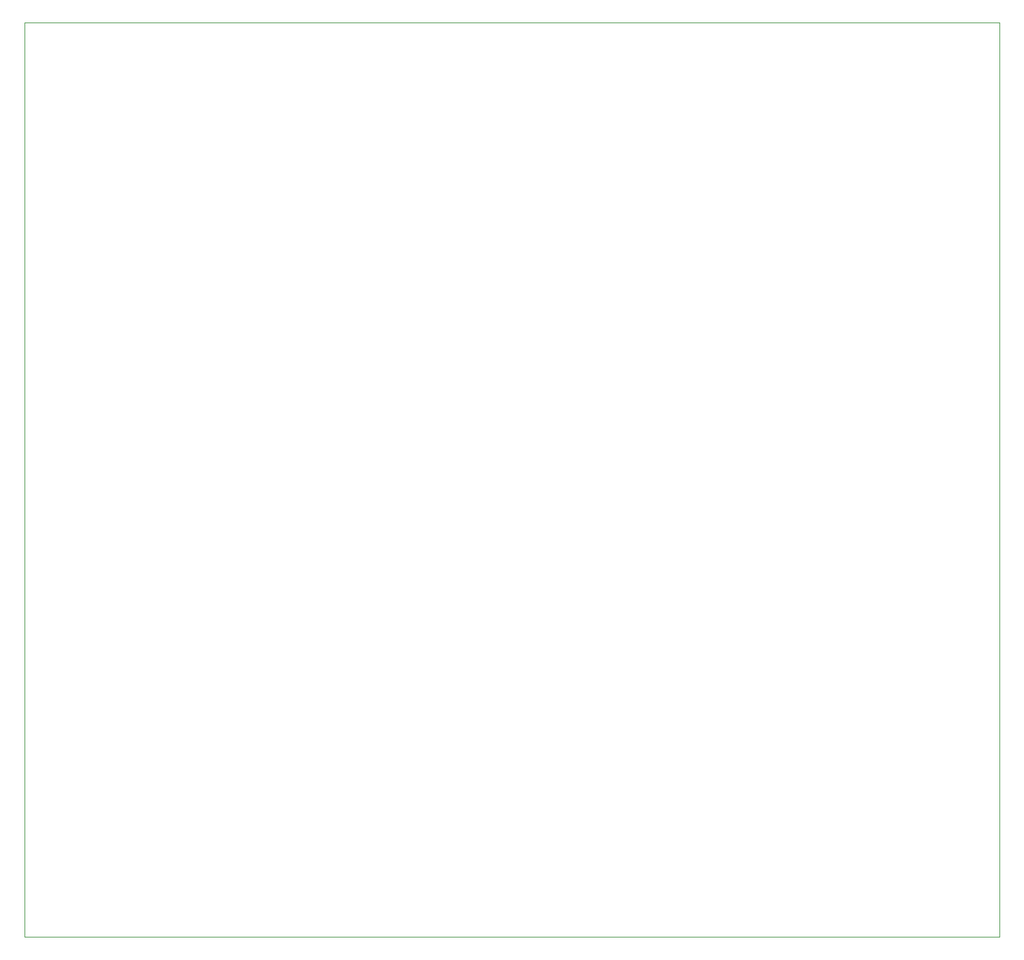
<source format=gbr>
%TF.GenerationSoftware,KiCad,Pcbnew,8.0.6*%
%TF.CreationDate,2025-01-02T10:31:57+08:00*%
%TF.ProjectId,qms_wearables,716d735f-7765-4617-9261-626c65732e6b,rev?*%
%TF.SameCoordinates,Original*%
%TF.FileFunction,Profile,NP*%
%FSLAX46Y46*%
G04 Gerber Fmt 4.6, Leading zero omitted, Abs format (unit mm)*
G04 Created by KiCad (PCBNEW 8.0.6) date 2025-01-02 10:31:57*
%MOMM*%
%LPD*%
G01*
G04 APERTURE LIST*
%TA.AperFunction,Profile*%
%ADD10C,0.050000*%
%TD*%
G04 APERTURE END LIST*
D10*
X69850000Y-38100000D02*
X194310000Y-38100000D01*
X194310000Y-154940000D01*
X69850000Y-154940000D01*
X69850000Y-38100000D01*
M02*

</source>
